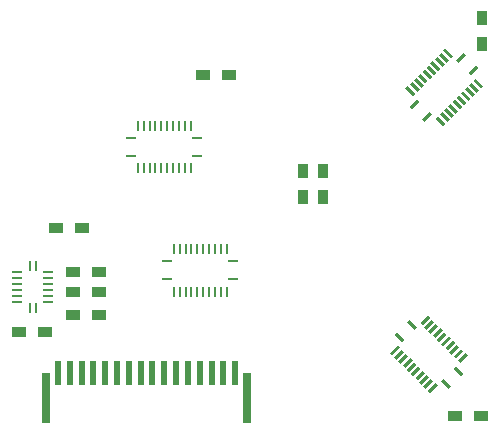
<source format=gtp>
G04 #@! TF.FileFunction,Paste,Top*
%FSLAX46Y46*%
G04 Gerber Fmt 4.6, Leading zero omitted, Abs format (unit mm)*
G04 Created by KiCad (PCBNEW 4.0.1-stable) date Wednesday, April 13, 2016 'PMt' 12:19:44 PM*
%MOMM*%
G01*
G04 APERTURE LIST*
%ADD10C,0.100000*%
%ADD11R,0.600000X2.000000*%
%ADD12R,0.700000X4.200000*%
%ADD13R,0.240000X0.900000*%
%ADD14R,0.900000X0.240000*%
%ADD15R,0.900000X0.290000*%
%ADD16R,0.290000X0.900000*%
%ADD17R,0.900000X1.200000*%
%ADD18R,1.200000X0.900000*%
G04 APERTURE END LIST*
D10*
D11*
X137000000Y-121600000D03*
X138000000Y-121600000D03*
X139000000Y-121600000D03*
X140000000Y-121600000D03*
X141000000Y-121600000D03*
X142000000Y-121600000D03*
X143000000Y-121600000D03*
X144000000Y-121600000D03*
X145000000Y-121600000D03*
X146000000Y-121600000D03*
X147000000Y-121600000D03*
X148000000Y-121600000D03*
X149000000Y-121600000D03*
X150000000Y-121600000D03*
X151000000Y-121600000D03*
X152000000Y-121600000D03*
D12*
X136000000Y-123700000D03*
X153000000Y-123700000D03*
D13*
X135100000Y-116100000D03*
X135100000Y-112500000D03*
X134600000Y-112500000D03*
X134600000Y-116100000D03*
D14*
X136150000Y-115550000D03*
X136150000Y-115050000D03*
X136150000Y-114550000D03*
X136150000Y-114050000D03*
X136150000Y-113550000D03*
X136150000Y-113050000D03*
X133550000Y-113050000D03*
X133550000Y-113550000D03*
X133550000Y-114050000D03*
X133550000Y-114550000D03*
X133550000Y-115050000D03*
X133550000Y-115550000D03*
D15*
X148800000Y-101700000D03*
D16*
X148250000Y-100650000D03*
X147750000Y-100650000D03*
X147250000Y-100650000D03*
X146750000Y-100650000D03*
X146250000Y-100650000D03*
X145750000Y-100650000D03*
X145250000Y-100650000D03*
X144750000Y-100650000D03*
X144250000Y-100650000D03*
X143750000Y-100650000D03*
D15*
X143200000Y-101700000D03*
X143200000Y-103200000D03*
D16*
X143750000Y-104250000D03*
X144250000Y-104250000D03*
X144750000Y-104250000D03*
X145250000Y-104250000D03*
X145750000Y-104250000D03*
X146250000Y-104250000D03*
X146750000Y-104250000D03*
X147250000Y-104250000D03*
X147750000Y-104250000D03*
X148250000Y-104250000D03*
D15*
X148800000Y-103200000D03*
X151850000Y-112150000D03*
D16*
X151300000Y-111100000D03*
X150800000Y-111100000D03*
X150300000Y-111100000D03*
X149800000Y-111100000D03*
X149300000Y-111100000D03*
X148800000Y-111100000D03*
X148300000Y-111100000D03*
X147800000Y-111100000D03*
X147300000Y-111100000D03*
X146800000Y-111100000D03*
D15*
X146250000Y-112150000D03*
X146250000Y-113650000D03*
D16*
X146800000Y-114700000D03*
X147300000Y-114700000D03*
X147800000Y-114700000D03*
X148300000Y-114700000D03*
X148800000Y-114700000D03*
X149300000Y-114700000D03*
X149800000Y-114700000D03*
X150300000Y-114700000D03*
X150800000Y-114700000D03*
X151300000Y-114700000D03*
D15*
X151850000Y-113650000D03*
D10*
G36*
X170728840Y-95105439D02*
X171365237Y-94469042D01*
X171570298Y-94674103D01*
X170933901Y-95310500D01*
X170728840Y-95105439D01*
X170728840Y-95105439D01*
G37*
G36*
X169597469Y-94320550D02*
X169802530Y-94115489D01*
X170438927Y-94751886D01*
X170233866Y-94956947D01*
X169597469Y-94320550D01*
X169597469Y-94320550D01*
G37*
G36*
X169243916Y-94674103D02*
X169448977Y-94469042D01*
X170085374Y-95105439D01*
X169880313Y-95310500D01*
X169243916Y-94674103D01*
X169243916Y-94674103D01*
G37*
G36*
X168890362Y-95027656D02*
X169095423Y-94822595D01*
X169731820Y-95458992D01*
X169526759Y-95664053D01*
X168890362Y-95027656D01*
X168890362Y-95027656D01*
G37*
G36*
X168536809Y-95381210D02*
X168741870Y-95176149D01*
X169378267Y-95812546D01*
X169173206Y-96017607D01*
X168536809Y-95381210D01*
X168536809Y-95381210D01*
G37*
G36*
X168183255Y-95734763D02*
X168388316Y-95529702D01*
X169024713Y-96166099D01*
X168819652Y-96371160D01*
X168183255Y-95734763D01*
X168183255Y-95734763D01*
G37*
G36*
X167829702Y-96088316D02*
X168034763Y-95883255D01*
X168671160Y-96519652D01*
X168466099Y-96724713D01*
X167829702Y-96088316D01*
X167829702Y-96088316D01*
G37*
G36*
X167476149Y-96441870D02*
X167681210Y-96236809D01*
X168317607Y-96873206D01*
X168112546Y-97078267D01*
X167476149Y-96441870D01*
X167476149Y-96441870D01*
G37*
G36*
X167122595Y-96795423D02*
X167327656Y-96590362D01*
X167964053Y-97226759D01*
X167758992Y-97431820D01*
X167122595Y-96795423D01*
X167122595Y-96795423D01*
G37*
G36*
X166769042Y-97148977D02*
X166974103Y-96943916D01*
X167610500Y-97580313D01*
X167405439Y-97785374D01*
X166769042Y-97148977D01*
X166769042Y-97148977D01*
G37*
G36*
X166415489Y-97502530D02*
X166620550Y-97297469D01*
X167256947Y-97933866D01*
X167051886Y-98138927D01*
X166415489Y-97502530D01*
X166415489Y-97502530D01*
G37*
G36*
X166769042Y-99065237D02*
X167405439Y-98428840D01*
X167610500Y-98633901D01*
X166974103Y-99270298D01*
X166769042Y-99065237D01*
X166769042Y-99065237D01*
G37*
G36*
X167829702Y-100125897D02*
X168466099Y-99489500D01*
X168671160Y-99694561D01*
X168034763Y-100330958D01*
X167829702Y-100125897D01*
X167829702Y-100125897D01*
G37*
G36*
X168961073Y-100048114D02*
X169166134Y-99843053D01*
X169802531Y-100479450D01*
X169597470Y-100684511D01*
X168961073Y-100048114D01*
X168961073Y-100048114D01*
G37*
G36*
X169314626Y-99694561D02*
X169519687Y-99489500D01*
X170156084Y-100125897D01*
X169951023Y-100330958D01*
X169314626Y-99694561D01*
X169314626Y-99694561D01*
G37*
G36*
X169668180Y-99341008D02*
X169873241Y-99135947D01*
X170509638Y-99772344D01*
X170304577Y-99977405D01*
X169668180Y-99341008D01*
X169668180Y-99341008D01*
G37*
G36*
X170021733Y-98987454D02*
X170226794Y-98782393D01*
X170863191Y-99418790D01*
X170658130Y-99623851D01*
X170021733Y-98987454D01*
X170021733Y-98987454D01*
G37*
G36*
X170375287Y-98633901D02*
X170580348Y-98428840D01*
X171216745Y-99065237D01*
X171011684Y-99270298D01*
X170375287Y-98633901D01*
X170375287Y-98633901D01*
G37*
G36*
X170728840Y-98280348D02*
X170933901Y-98075287D01*
X171570298Y-98711684D01*
X171365237Y-98916745D01*
X170728840Y-98280348D01*
X170728840Y-98280348D01*
G37*
G36*
X171082393Y-97926794D02*
X171287454Y-97721733D01*
X171923851Y-98358130D01*
X171718790Y-98563191D01*
X171082393Y-97926794D01*
X171082393Y-97926794D01*
G37*
G36*
X171435947Y-97573241D02*
X171641008Y-97368180D01*
X172277405Y-98004577D01*
X172072344Y-98209638D01*
X171435947Y-97573241D01*
X171435947Y-97573241D01*
G37*
G36*
X171789500Y-97219687D02*
X171994561Y-97014626D01*
X172630958Y-97651023D01*
X172425897Y-97856084D01*
X171789500Y-97219687D01*
X171789500Y-97219687D01*
G37*
G36*
X172143053Y-96866134D02*
X172348114Y-96661073D01*
X172984511Y-97297470D01*
X172779450Y-97502531D01*
X172143053Y-96866134D01*
X172143053Y-96866134D01*
G37*
G36*
X171789500Y-96166099D02*
X172425897Y-95529702D01*
X172630958Y-95734763D01*
X171994561Y-96371160D01*
X171789500Y-96166099D01*
X171789500Y-96166099D01*
G37*
G36*
X170694561Y-121028840D02*
X171330958Y-121665237D01*
X171125897Y-121870298D01*
X170489500Y-121233901D01*
X170694561Y-121028840D01*
X170694561Y-121028840D01*
G37*
G36*
X171479450Y-119897469D02*
X171684511Y-120102530D01*
X171048114Y-120738927D01*
X170843053Y-120533866D01*
X171479450Y-119897469D01*
X171479450Y-119897469D01*
G37*
G36*
X171125897Y-119543916D02*
X171330958Y-119748977D01*
X170694561Y-120385374D01*
X170489500Y-120180313D01*
X171125897Y-119543916D01*
X171125897Y-119543916D01*
G37*
G36*
X170772344Y-119190362D02*
X170977405Y-119395423D01*
X170341008Y-120031820D01*
X170135947Y-119826759D01*
X170772344Y-119190362D01*
X170772344Y-119190362D01*
G37*
G36*
X170418790Y-118836809D02*
X170623851Y-119041870D01*
X169987454Y-119678267D01*
X169782393Y-119473206D01*
X170418790Y-118836809D01*
X170418790Y-118836809D01*
G37*
G36*
X170065237Y-118483255D02*
X170270298Y-118688316D01*
X169633901Y-119324713D01*
X169428840Y-119119652D01*
X170065237Y-118483255D01*
X170065237Y-118483255D01*
G37*
G36*
X169711684Y-118129702D02*
X169916745Y-118334763D01*
X169280348Y-118971160D01*
X169075287Y-118766099D01*
X169711684Y-118129702D01*
X169711684Y-118129702D01*
G37*
G36*
X169358130Y-117776149D02*
X169563191Y-117981210D01*
X168926794Y-118617607D01*
X168721733Y-118412546D01*
X169358130Y-117776149D01*
X169358130Y-117776149D01*
G37*
G36*
X169004577Y-117422595D02*
X169209638Y-117627656D01*
X168573241Y-118264053D01*
X168368180Y-118058992D01*
X169004577Y-117422595D01*
X169004577Y-117422595D01*
G37*
G36*
X168651023Y-117069042D02*
X168856084Y-117274103D01*
X168219687Y-117910500D01*
X168014626Y-117705439D01*
X168651023Y-117069042D01*
X168651023Y-117069042D01*
G37*
G36*
X168297470Y-116715489D02*
X168502531Y-116920550D01*
X167866134Y-117556947D01*
X167661073Y-117351886D01*
X168297470Y-116715489D01*
X168297470Y-116715489D01*
G37*
G36*
X166734763Y-117069042D02*
X167371160Y-117705439D01*
X167166099Y-117910500D01*
X166529702Y-117274103D01*
X166734763Y-117069042D01*
X166734763Y-117069042D01*
G37*
G36*
X165674103Y-118129702D02*
X166310500Y-118766099D01*
X166105439Y-118971160D01*
X165469042Y-118334763D01*
X165674103Y-118129702D01*
X165674103Y-118129702D01*
G37*
G36*
X165751886Y-119261073D02*
X165956947Y-119466134D01*
X165320550Y-120102531D01*
X165115489Y-119897470D01*
X165751886Y-119261073D01*
X165751886Y-119261073D01*
G37*
G36*
X166105439Y-119614626D02*
X166310500Y-119819687D01*
X165674103Y-120456084D01*
X165469042Y-120251023D01*
X166105439Y-119614626D01*
X166105439Y-119614626D01*
G37*
G36*
X166458992Y-119968180D02*
X166664053Y-120173241D01*
X166027656Y-120809638D01*
X165822595Y-120604577D01*
X166458992Y-119968180D01*
X166458992Y-119968180D01*
G37*
G36*
X166812546Y-120321733D02*
X167017607Y-120526794D01*
X166381210Y-121163191D01*
X166176149Y-120958130D01*
X166812546Y-120321733D01*
X166812546Y-120321733D01*
G37*
G36*
X167166099Y-120675287D02*
X167371160Y-120880348D01*
X166734763Y-121516745D01*
X166529702Y-121311684D01*
X167166099Y-120675287D01*
X167166099Y-120675287D01*
G37*
G36*
X167519652Y-121028840D02*
X167724713Y-121233901D01*
X167088316Y-121870298D01*
X166883255Y-121665237D01*
X167519652Y-121028840D01*
X167519652Y-121028840D01*
G37*
G36*
X167873206Y-121382393D02*
X168078267Y-121587454D01*
X167441870Y-122223851D01*
X167236809Y-122018790D01*
X167873206Y-121382393D01*
X167873206Y-121382393D01*
G37*
G36*
X168226759Y-121735947D02*
X168431820Y-121941008D01*
X167795423Y-122577405D01*
X167590362Y-122372344D01*
X168226759Y-121735947D01*
X168226759Y-121735947D01*
G37*
G36*
X168580313Y-122089500D02*
X168785374Y-122294561D01*
X168148977Y-122930958D01*
X167943916Y-122725897D01*
X168580313Y-122089500D01*
X168580313Y-122089500D01*
G37*
G36*
X168933866Y-122443053D02*
X169138927Y-122648114D01*
X168502530Y-123284511D01*
X168297469Y-123079450D01*
X168933866Y-122443053D01*
X168933866Y-122443053D01*
G37*
G36*
X169633901Y-122089500D02*
X170270298Y-122725897D01*
X170065237Y-122930958D01*
X169428840Y-122294561D01*
X169633901Y-122089500D01*
X169633901Y-122089500D01*
G37*
D17*
X157750000Y-106700000D03*
X157750000Y-104500000D03*
X159450000Y-106700000D03*
X159450000Y-104500000D03*
D18*
X140450000Y-114700000D03*
X138250000Y-114700000D03*
X140450000Y-116700000D03*
X138250000Y-116700000D03*
X140450000Y-113050000D03*
X138250000Y-113050000D03*
X133700000Y-118150000D03*
X135900000Y-118150000D03*
X149250000Y-96350000D03*
X151450000Y-96350000D03*
X136800000Y-109350000D03*
X139000000Y-109350000D03*
D17*
X172900000Y-93700000D03*
X172900000Y-91500000D03*
D18*
X172850000Y-125200000D03*
X170650000Y-125200000D03*
M02*

</source>
